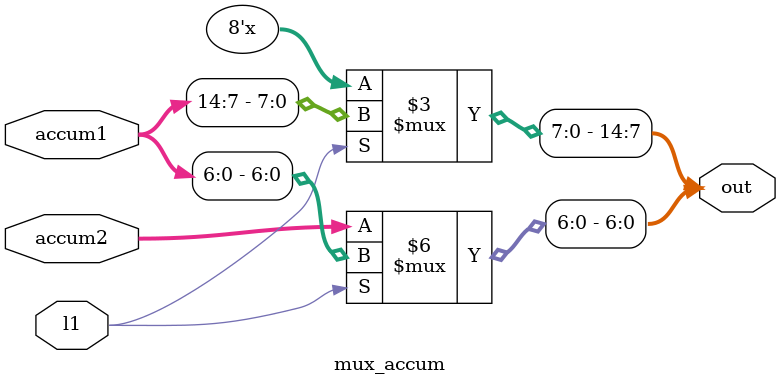
<source format=v>
module mux_accum (
  input  wire             l1,
  input  wire [14:0]      accum1,
  input  wire [6:0]       accum2,

  output reg [14:0]       out
);

  always @(*) begin
    if (l1)
      out [14:0]      = accum1 [14:0];
    else 
      out [6:0]       = accum2 [6:0];
  end

endmodule
</source>
